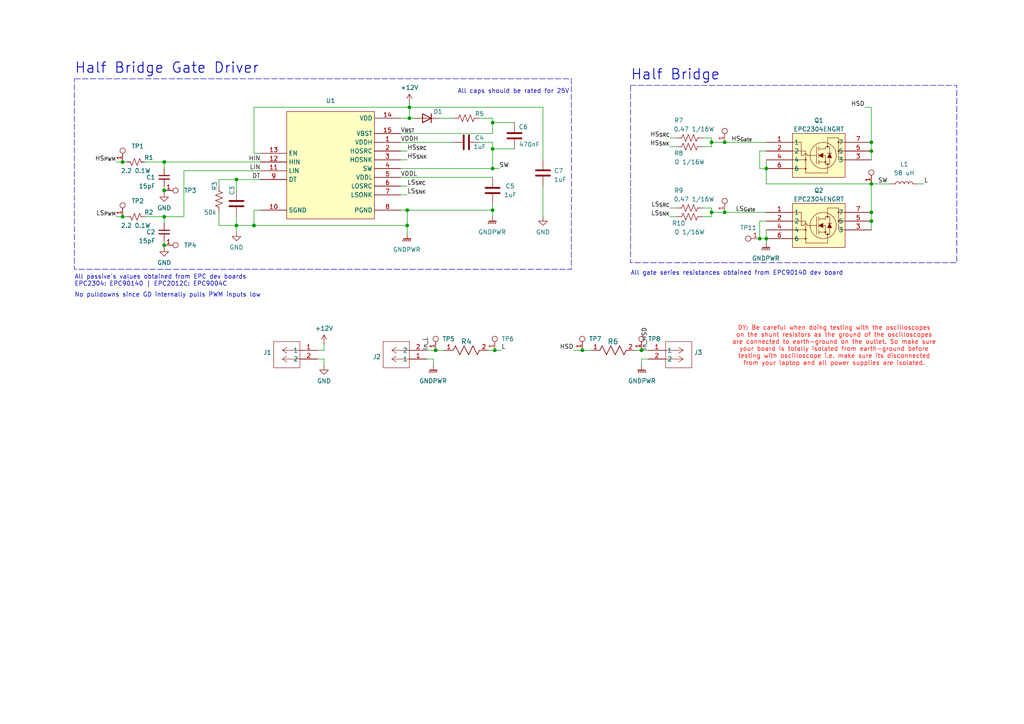
<source format=kicad_sch>
(kicad_sch (version 20231120) (generator "eeschema") (generator_version "8.0")
  (paper "A4")
  (lib_symbols
    (symbol "2023-08-27_14-01-37:PU3921FKM130U5L" (pin_names (offset 0.254))
      (property "Reference" "R" (at 5.715 3.81 0))
      (property "Value" "PU3921FKM130U5L" (at 6.35 -3.81 0))
      (symbol "PU3921FKM130U5L_1_1"
        (polyline (pts (xy 2.54 0) (xy 3.175 1.27)) (stroke (width 0.2032)))
        (polyline (pts (xy 3.175 1.27) (xy 4.445 -1.27)) (stroke (width 0.2032)))
        (polyline (pts (xy 4.445 -1.27) (xy 5.715 1.27)) (stroke (width 0.2032)))
        (polyline (pts (xy 5.715 1.27) (xy 6.985 -1.27)) (stroke (width 0.2032)))
        (polyline (pts (xy 6.985 -1.27) (xy 8.255 1.27)) (stroke (width 0.2032)))
        (polyline (pts (xy 8.255 1.27) (xy 9.525 -1.27)) (stroke (width 0.2032)))
        (polyline (pts (xy 9.525 -1.27) (xy 10.16 0)) (stroke (width 0.2032)))
        (pin unspecified line (at 0 0 0) (length 2.54) (name "") (number "1"))
        (pin unspecified line (at 12.7 0 180) (length 2.54) (name "") (number "2"))
      )
      (symbol "PU3921FKM130U5L_1_2"
        (polyline (pts (xy -1.27 3.175) (xy 1.27 4.445)) (stroke (width 0.2032)))
        (polyline (pts (xy -1.27 5.715) (xy 1.27 6.985)) (stroke (width 0.2032)))
        (polyline (pts (xy -1.27 8.255) (xy 1.27 9.525)) (stroke (width 0.2032)))
        (polyline (pts (xy 0 2.54) (xy -1.27 3.175)) (stroke (width 0.2032)))
        (polyline (pts (xy 1.27 4.445) (xy -1.27 5.715)) (stroke (width 0.2032)))
        (polyline (pts (xy 1.27 6.985) (xy -1.27 8.255)) (stroke (width 0.2032)))
        (polyline (pts (xy 1.27 9.525) (xy 0 10.16)) (stroke (width 0.2032)))
        (pin unspecified line (at 0 12.7 270) (length 2.54) (name "") (number "1"))
        (pin unspecified line (at 0 0 90) (length 2.54) (name "") (number "2"))
      )
    )
    (symbol "Device:C" (pin_numbers hide) (pin_names (offset 0.254))
      (property "Reference" "C" (at 0.635 2.54 0))
      (property "Value" "C" (at 0.635 -2.54 0))
      (symbol "C_0_1"
        (polyline (pts (xy -2.032 -0.762) (xy 2.032 -0.762)) (stroke (width 0.508)))
        (polyline (pts (xy -2.032 0.762) (xy 2.032 0.762)) (stroke (width 0.508)))
      )
      (symbol "C_1_1"
        (pin passive line (at 0 3.81 270) (length 2.794) (name "~") (number "1"))
        (pin passive line (at 0 -3.81 90) (length 2.794) (name "~") (number "2"))
      )
    )
    (symbol "Device:C_Small" (pin_numbers hide) (pin_names (offset 0.254) hide)
      (property "Reference" "C" (at 0.254 1.778 0))
      (property "Value" "C_Small" (at 0.254 -2.032 0))
      (symbol "C_Small_0_1"
        (polyline (pts (xy -1.524 -0.508) (xy 1.524 -0.508)) (stroke (width 0.3302)))
        (polyline (pts (xy -1.524 0.508) (xy 1.524 0.508)) (stroke (width 0.3048)))
      )
      (symbol "C_Small_1_1"
        (pin passive line (at 0 2.54 270) (length 2.032) (name "~") (number "1"))
        (pin passive line (at 0 -2.54 90) (length 2.032) (name "~") (number "2"))
      )
    )
    (symbol "Device:L" (pin_numbers hide) (pin_names (offset 1.016) hide)
      (property "Reference" "L" (at -1.27 0 90))
      (property "Value" "L" (at 1.905 0 90))
      (symbol "L_0_1"
        (arc (start 0 -2.54) (mid 0.6323 -1.905) (end 0 -1.27))
        (arc (start 0 -1.27) (mid 0.6323 -0.635) (end 0 0))
        (arc (start 0 0) (mid 0.6323 0.635) (end 0 1.27))
        (arc (start 0 1.27) (mid 0.6323 1.905) (end 0 2.54))
      )
      (symbol "L_1_1"
        (pin passive line (at 0 3.81 270) (length 1.27) (name "1") (number "1"))
        (pin passive line (at 0 -3.81 90) (length 1.27) (name "2") (number "2"))
      )
    )
    (symbol "Device:R_Small_US" (pin_numbers hide) (pin_names (offset 0.254) hide)
      (property "Reference" "R" (at 0.762 0.508 0))
      (property "Value" "R_Small_US" (at 0.762 -1.016 0))
      (symbol "R_Small_US_1_1"
        (polyline (pts (xy 0 0) (xy 1.016 -0.381) (xy 0 -0.762) (xy -1.016 -1.143) (xy 0 -1.524)))
        (polyline (pts (xy 0 1.524) (xy 1.016 1.143) (xy 0 0.762) (xy -1.016 0.381) (xy 0 0)))
        (pin passive line (at 0 2.54 270) (length 1.016) (name "~") (number "1"))
        (pin passive line (at 0 -2.54 90) (length 1.016) (name "~") (number "2"))
      )
    )
    (symbol "Device:R_US" (pin_numbers hide) (pin_names (offset 0))
      (property "Reference" "R" (at 2.54 0 90))
      (property "Value" "R_US" (at -2.54 0 90))
      (symbol "R_US_0_1"
        (polyline (pts (xy 0 -2.286) (xy 0 -2.54)))
        (polyline (pts (xy 0 2.286) (xy 0 2.54)))
        (polyline (pts (xy 0 -0.762) (xy 1.016 -1.143) (xy 0 -1.524) (xy -1.016 -1.905) (xy 0 -2.286)))
        (polyline (pts (xy 0 0.762) (xy 1.016 0.381) (xy 0 0) (xy -1.016 -0.381) (xy 0 -0.762)))
        (polyline (pts (xy 0 2.286) (xy 1.016 1.905) (xy 0 1.524) (xy -1.016 1.143) (xy 0 0.762)))
      )
      (symbol "R_US_1_1"
        (pin passive line (at 0 3.81 270) (length 1.27) (name "~") (number "1"))
        (pin passive line (at 0 -3.81 90) (length 1.27) (name "~") (number "2"))
      )
    )
    (symbol "Diode:1N4151" (pin_numbers hide) (pin_names hide)
      (property "Reference" "D" (at 0 2.54 0))
      (property "Value" "1N4151" (at 0 -2.54 0))
      (symbol "1N4151_0_1"
        (polyline (pts (xy -1.27 1.27) (xy -1.27 -1.27)) (stroke (width 0.254)))
        (polyline (pts (xy 1.27 0) (xy -1.27 0)))
        (polyline (pts (xy 1.27 1.27) (xy 1.27 -1.27) (xy -1.27 0) (xy 1.27 1.27)) (stroke (width 0.254)))
      )
      (symbol "1N4151_1_1"
        (pin passive line (at -3.81 0 0) (length 2.54) (name "K") (number "1"))
        (pin passive line (at 3.81 0 180) (length 2.54) (name "A") (number "2"))
      )
    )
    (symbol "GTSR_symbol_lib:EPC2304ENGRT"
      (property "Reference" "Q" (at 0 0 0))
      (property "Value" "EPC2304ENGRT" (at 0 0 0))
      (symbol "EPC2304ENGRT_0_1"
        (rectangle (start -7.62 -1.905) (end 7.62 -14.605) (fill (type background)))
        (circle (center -3.81 -12.065) (radius 0.127) (stroke (width 0.254)))
        (circle (center -3.81 -9.525) (radius 0.127) (stroke (width 0.254)))
        (arc (start -3.302 -8.255) (mid -3.81 -7.7492) (end -4.318 -8.255) (stroke (width 0.127)))
        (polyline (pts (xy -7.62 -12.065) (xy -3.81 -12.065)) (stroke (width 0.127)))
        (polyline (pts (xy -7.62 -9.525) (xy -3.81 -9.525)) (stroke (width 0.127)))
        (polyline (pts (xy -7.62 -6.985) (xy -3.81 -6.985)) (stroke (width 0.127)))
        (polyline (pts (xy -7.62 -4.445) (xy -5.08 -4.445)) (stroke (width 0.127)))
        (polyline (pts (xy -5.08 -8.255) (xy -4.318 -8.255)) (stroke (width 0.127)))
        (polyline (pts (xy -5.08 -4.445) (xy -5.08 -8.255)) (stroke (width 0.127)))
        (polyline (pts (xy -3.81 -13.335) (xy 2.54 -13.335)) (stroke (width 0.127)))
        (polyline (pts (xy -3.81 -6.985) (xy -3.81 -13.335)) (stroke (width 0.127)))
        (polyline (pts (xy -3.302 -8.255) (xy -0.635 -8.255)) (stroke (width 0.127)))
        (polyline (pts (xy -0.635 -10.795) (xy -0.635 -5.715)) (stroke (width 0.127)))
        (polyline (pts (xy 0 -10.795) (xy 0 -9.525)) (stroke (width 0.127)))
        (polyline (pts (xy 0 -10.16) (xy 1.905 -10.16)) (stroke (width 0.127)))
        (polyline (pts (xy 0 -8.89) (xy 0 -7.62)) (stroke (width 0.127)))
        (polyline (pts (xy 0 -6.985) (xy 0 -5.715)) (stroke (width 0.127)))
        (polyline (pts (xy 0 -6.35) (xy 1.905 -6.35)) (stroke (width 0.127)))
        (polyline (pts (xy 1.27 -8.255) (xy 1.905 -8.255)) (stroke (width 0.127)))
        (polyline (pts (xy 1.905 -10.795) (xy 1.905 -8.255)) (stroke (width 0.127)))
        (polyline (pts (xy 1.905 -10.795) (xy 3.175 -10.795)) (stroke (width 0.127)))
        (polyline (pts (xy 1.905 -6.35) (xy 1.905 -5.715)) (stroke (width 0.127)))
        (polyline (pts (xy 1.905 -5.715) (xy 3.175 -5.715)) (stroke (width 0.127)))
        (polyline (pts (xy 2.54 -10.795) (xy 2.54 -13.335)) (stroke (width 0.127)))
        (polyline (pts (xy 2.54 -5.715) (xy 2.54 -3.175)) (stroke (width 0.127)))
        (polyline (pts (xy 3.175 -10.795) (xy 3.175 -8.89)) (stroke (width 0.127)))
        (polyline (pts (xy 3.175 -7.62) (xy 3.175 -5.715)) (stroke (width 0.127)))
        (polyline (pts (xy 3.81 -7.62) (xy 2.54 -7.62)) (stroke (width 0.127)))
        (polyline (pts (xy 5.715 -6.985) (xy 7.62 -6.985)) (stroke (width 0.127)))
        (polyline (pts (xy 5.715 -3.175) (xy 2.54 -3.175)) (stroke (width 0.127)))
        (polyline (pts (xy 5.715 -3.175) (xy 5.715 -9.525)) (stroke (width 0.127)))
        (polyline (pts (xy 7.62 -9.525) (xy 5.715 -9.525)) (stroke (width 0.127)))
        (polyline (pts (xy 7.62 -4.445) (xy 5.715 -4.445)) (stroke (width 0.127)))
        (polyline (pts (xy 1.27 -7.62) (xy 0 -8.255) (xy 1.27 -8.89)) (fill (type outline)))
        (polyline (pts (xy 3.81 -8.89) (xy 2.54 -8.89) (xy 3.175 -7.62)) (fill (type outline)))
        (circle (center 1.27 -8.255) (radius 3.81) (stroke (width 0.127)))
        (circle (center 1.905 -10.16) (radius 0.127) (stroke (width 0.254)))
        (circle (center 2.54 -10.795) (radius 0.127) (stroke (width 0.254)))
        (circle (center 2.54 -5.715) (radius 0.127) (stroke (width 0.254)))
        (circle (center 5.715 -6.985) (radius 0.127) (stroke (width 0.254)))
        (circle (center 5.715 -4.445) (radius 0.127) (stroke (width 0.254)))
        (pin unspecified line (at -15.24 -4.445 0) (length 7.62) (name "1") (number "1"))
        (pin unspecified line (at -15.24 -6.985 0) (length 7.62) (name "2") (number "2"))
        (pin unspecified line (at 15.24 -9.525 180) (length 7.62) (name "3") (number "3"))
        (pin unspecified line (at -15.24 -9.525 0) (length 7.62) (name "4") (number "4"))
        (pin unspecified line (at 15.24 -6.985 180) (length 7.62) (name "5") (number "5"))
        (pin unspecified line (at -15.24 -12.065 0) (length 7.62) (name "6") (number "6"))
        (pin unspecified line (at 15.24 -4.445 180) (length 7.62) (name "7") (number "7"))
      )
    )
    (symbol "GTSR_symbol_lib:OSTTA020161"
      (property "Reference" "J" (at 0 0 0))
      (property "Value" "OSTTA020161" (at 0 0 0))
      (symbol "OSTTA020161_1_1"
        (polyline (pts (xy -3.175 -11.43) (xy 4.445 -11.43)) (stroke (width 0.127)))
        (polyline (pts (xy -3.175 -3.81) (xy -3.175 -11.43)) (stroke (width 0.127)))
        (polyline (pts (xy 1.905 -8.89) (xy -3.175 -8.89)) (stroke (width 0.127)))
        (polyline (pts (xy 1.905 -8.89) (xy 0.635 -9.7367)) (stroke (width 0.127)))
        (polyline (pts (xy 1.905 -8.89) (xy 0.635 -8.0433)) (stroke (width 0.127)))
        (polyline (pts (xy 1.905 -6.35) (xy -3.175 -6.35)) (stroke (width 0.127)))
        (polyline (pts (xy 1.905 -6.35) (xy 0.635 -7.1967)) (stroke (width 0.127)))
        (polyline (pts (xy 1.905 -6.35) (xy 0.635 -5.5033)) (stroke (width 0.127)))
        (polyline (pts (xy 4.445 -11.43) (xy 4.445 -3.81)) (stroke (width 0.127)))
        (polyline (pts (xy 4.445 -3.81) (xy -3.175 -3.81)) (stroke (width 0.127)))
        (pin unspecified line (at -8.255 -6.35 0) (length 5.08) (name "1") (number "1"))
        (pin unspecified line (at -8.255 -8.89 0) (length 5.08) (name "2") (number "2"))
      )
    )
    (symbol "GTSR_symbol_lib:Test_Point"
      (property "Reference" "TP" (at 2.032 3.302 0))
      (property "Value" "Test_Point" (at 0 -10.16 0))
      (symbol "Test_Point_0_1"
        (circle (center 0 3.302) (radius 0.762))
      )
      (symbol "Test_Point_1_1"
        (pin passive line (at 0 0 90) (length 2.54) (name "") (number "1"))
      )
    )
    (symbol "GTSR_symbol_lib_SD:NCP51820AMNTWG"
      (property "Reference" "U" (at 0 0 0))
      (property "Value" "NCP51820AMNTWG" (at 0 0 0))
      (symbol "NCP51820AMNTWG_0_1"
        (rectangle (start -12.065 -2.54) (end 13.335 -33.655) (fill (type background)))
        (pin power_in line (at 20.955 -11.43 180) (length 7.62) (name "VDDH") (number "1"))
        (pin power_out line (at -19.685 -31.115 0) (length 7.62) (name "SGND") (number "10"))
        (pin unspecified line (at -19.685 -19.685 0) (length 7.62) (name "LIN") (number "11"))
        (pin unspecified line (at -19.685 -17.145 0) (length 7.62) (name "HIN") (number "12"))
        (pin unspecified line (at -19.685 -14.605 0) (length 7.62) (name "EN") (number "13"))
        (pin power_in line (at 20.955 -4.445 180) (length 7.62) (name "VDD") (number "14"))
        (pin unspecified line (at 20.955 -8.89 180) (length 7.62) (name "VBST") (number "15"))
        (pin unspecified line (at 20.955 -13.97 180) (length 7.62) (name "HOSRC") (number "2"))
        (pin unspecified line (at 20.955 -16.51 180) (length 7.62) (name "HOSNK") (number "3"))
        (pin unspecified line (at 20.955 -19.05 180) (length 7.62) (name "SW") (number "4"))
        (pin power_in line (at 20.955 -21.59 180) (length 7.62) (name "VDDL") (number "5"))
        (pin unspecified line (at 20.955 -24.13 180) (length 7.62) (name "LOSRC") (number "6"))
        (pin unspecified line (at 20.955 -26.67 180) (length 7.62) (name "LSONK") (number "7"))
        (pin power_out line (at 20.955 -31.115 180) (length 7.62) (name "PGND") (number "8"))
        (pin unspecified line (at -19.685 -22.225 0) (length 7.62) (name "DT") (number "9"))
      )
    )
    (symbol "Test_Point_1"
      (property "Reference" "TP" (at 2.032 3.302 0))
      (property "Value" "Test_Point" (at 0 -10.16 0))
      (symbol "Test_Point_1_0_1"
        (circle (center 0 3.302) (radius 0.762))
      )
      (symbol "Test_Point_1_1_1"
        (pin passive line (at 0 0 90) (length 2.54) (name "") (number "1"))
      )
    )
    (symbol "power:+12V" (power) (pin_numbers hide) (pin_names (offset 0) hide)
      (property "Value" "+12V" (at 0 3.556 0))
      (symbol "+12V_0_1"
        (polyline (pts (xy -0.762 1.27) (xy 0 2.54)))
        (polyline (pts (xy 0 0) (xy 0 2.54)))
        (polyline (pts (xy 0 2.54) (xy 0.762 1.27)))
      )
      (symbol "+12V_1_1"
        (pin power_in line (at 0 0 90) (length 0) (name "~") (number "1"))
      )
    )
    (symbol "power:GND" (power) (pin_numbers hide) (pin_names (offset 0) hide)
      (property "Value" "GND" (at 0 -3.81 0))
      (symbol "GND_0_1"
        (polyline (pts (xy 0 0) (xy 0 -1.27) (xy 1.27 -1.27) (xy 0 -2.54) (xy -1.27 -1.27) (xy 0 -1.27)))
      )
      (symbol "GND_1_1"
        (pin power_in line (at 0 0 270) (length 0) (name "~") (number "1"))
      )
    )
    (symbol "power:GNDPWR" (power) (pin_numbers hide) (pin_names (offset 0) hide)
      (property "Value" "GNDPWR" (at 0 -3.302 0))
      (symbol "GNDPWR_0_1"
        (polyline (pts (xy 0 -1.27) (xy 0 0)))
        (polyline (pts (xy -1.016 -1.27) (xy -1.27 -2.032) (xy -1.27 -2.032)) (stroke (width 0.2032)))
        (polyline (pts (xy -0.508 -1.27) (xy -0.762 -2.032) (xy -0.762 -2.032)) (stroke (width 0.2032)))
        (polyline (pts (xy 0 -1.27) (xy -0.254 -2.032) (xy -0.254 -2.032)) (stroke (width 0.2032)))
        (polyline (pts (xy 0.508 -1.27) (xy 0.254 -2.032) (xy 0.254 -2.032)) (stroke (width 0.2032)))
        (polyline (pts (xy 1.016 -1.27) (xy -1.016 -1.27) (xy -1.016 -1.27)) (stroke (width 0.2032)))
        (polyline (pts (xy 1.016 -1.27) (xy 0.762 -2.032) (xy 0.762 -2.032) (xy 0.762 -2.032)) (stroke (width 0.2032)))
      )
      (symbol "GNDPWR_1_1"
        (pin power_in line (at 0 0 270) (length 0) (name "~") (number "1"))
      )
    )
  )
  (junction (at 222.25 48.895))
  (junction (at 252.73 64.135))
  (junction (at 118.11 65.405))
  (junction (at 118.745 31.115))
  (junction (at 47.625 62.865))
  (junction (at 252.73 53.34))
  (junction (at 142.875 35.56))
  (junction (at 118.745 34.29))
  (junction (at 220.345 69.215))
  (junction (at 142.875 43.18))
  (junction (at 143.51 101.6))
  (junction (at 47.625 71.12))
  (junction (at 252.73 41.275))
  (junction (at 252.73 43.815))
  (junction (at 210.185 41.275))
  (junction (at 47.625 46.99))
  (junction (at 126.365 101.6))
  (junction (at 186.055 101.6))
  (junction (at 47.625 55.245))
  (junction (at 206.375 41.275))
  (junction (at 68.58 52.07))
  (junction (at 168.91 101.6))
  (junction (at 35.56 62.865))
  (junction (at 210.185 61.595))
  (junction (at 206.375 61.595))
  (junction (at 73.66 65.405))
  (junction (at 142.875 60.96))
  (junction (at 35.56 46.99))
  (junction (at 142.875 48.895))
  (junction (at 252.73 61.595))
  (junction (at 68.58 65.405))
  (junction (at 118.11 60.96))
  (junction (at 222.25 69.215))
  (wire (pts (xy 222.25 48.895) (xy 222.25 46.355)))
  (wire (pts (xy 116.205 60.96) (xy 118.11 60.96)))
  (wire (pts (xy 118.745 34.29) (xy 116.205 34.29)))
  (wire (pts (xy 220.345 69.215) (xy 222.25 69.215)))
  (wire (pts (xy 73.66 44.45) (xy 73.66 31.115)))
  (wire (pts (xy 73.66 31.115) (xy 118.745 31.115)))
  (wire (pts (xy 186.055 104.14) (xy 187.96 104.14)))
  (wire (pts (xy 142.875 43.18) (xy 142.875 48.895)))
  (wire (pts (xy 116.205 48.895) (xy 142.875 48.895)))
  (wire (pts (xy 252.73 66.675) (xy 252.73 64.135)))
  (wire (pts (xy 93.98 101.6) (xy 92.075 101.6)))
  (wire (pts (xy 252.73 43.815) (xy 252.73 46.355)))
  (wire (pts (xy 73.66 60.96) (xy 73.66 65.405)))
  (wire (pts (xy 220.345 43.815) (xy 220.345 48.895)))
  (wire (pts (xy 127.635 34.29) (xy 131.445 34.29)))
  (wire (pts (xy 47.625 55.245) (xy 47.625 55.88)))
  (wire (pts (xy 222.25 66.675) (xy 222.25 69.215)))
  (wire (pts (xy 139.065 41.275) (xy 142.875 41.275)))
  (wire (pts (xy 222.25 43.815) (xy 220.345 43.815)))
  (wire (pts (xy 125.73 106.045) (xy 125.73 104.14)))
  (wire (pts (xy 157.48 53.975) (xy 157.48 62.865)))
  (wire (pts (xy 142.875 35.56) (xy 142.875 38.735)))
  (wire (pts (xy 73.66 60.96) (xy 75.565 60.96)))
  (wire (pts (xy 206.375 61.595) (xy 206.375 62.865)))
  (wire (pts (xy 250.825 31.115) (xy 252.73 31.115)))
  (wire (pts (xy 116.205 38.735) (xy 142.875 38.735)))
  (wire (pts (xy 252.73 31.115) (xy 252.73 41.275)))
  (wire (pts (xy 222.25 53.34) (xy 222.25 48.895)))
  (wire (pts (xy 63.5 61.595) (xy 63.5 65.405)))
  (wire (pts (xy 93.98 99.695) (xy 93.98 101.6)))
  (wire (pts (xy 252.73 41.275) (xy 252.73 43.815)))
  (wire (pts (xy 35.56 62.865) (xy 36.83 62.865)))
  (wire (pts (xy 206.375 41.275) (xy 210.185 41.275)))
  (wire (pts (xy 118.11 60.96) (xy 142.875 60.96)))
  (wire (pts (xy 203.835 42.545) (xy 206.375 42.545)))
  (wire (pts (xy 53.34 62.865) (xy 53.34 49.53)))
  (wire (pts (xy 139.065 34.29) (xy 142.875 34.29)))
  (wire (pts (xy 68.58 62.865) (xy 68.58 65.405)))
  (wire (pts (xy 47.625 71.12) (xy 47.625 71.755)))
  (wire (pts (xy 125.73 104.14) (xy 123.825 104.14)))
  (wire (pts (xy 118.11 56.515) (xy 116.205 56.515)))
  (wire (pts (xy 63.5 53.975) (xy 63.5 52.07)))
  (wire (pts (xy 118.11 65.405) (xy 118.11 67.945)))
  (wire (pts (xy 142.875 59.055) (xy 142.875 60.96)))
  (wire (pts (xy 210.185 41.275) (xy 222.25 41.275)))
  (wire (pts (xy 73.66 44.45) (xy 75.565 44.45)))
  (wire (pts (xy 33.655 62.865) (xy 35.56 62.865)))
  (wire (pts (xy 116.205 41.275) (xy 131.445 41.275)))
  (wire (pts (xy 142.875 34.29) (xy 142.875 35.56)))
  (wire (pts (xy 68.58 55.245) (xy 68.58 52.07)))
  (wire (pts (xy 33.655 46.99) (xy 35.56 46.99)))
  (wire (pts (xy 203.835 60.325) (xy 206.375 60.325)))
  (wire (pts (xy 194.31 60.325) (xy 196.215 60.325)))
  (wire (pts (xy 41.91 62.865) (xy 47.625 62.865)))
  (wire (pts (xy 220.345 48.895) (xy 222.25 48.895)))
  (wire (pts (xy 194.31 40.005) (xy 196.215 40.005)))
  (wire (pts (xy 63.5 52.07) (xy 68.58 52.07)))
  (wire (pts (xy 118.745 31.115) (xy 118.745 34.29)))
  (wire (pts (xy 35.56 46.99) (xy 36.83 46.99)))
  (wire (pts (xy 47.625 62.865) (xy 47.625 64.77)))
  (wire (pts (xy 47.625 53.975) (xy 47.625 55.245)))
  (wire (pts (xy 149.225 43.18) (xy 142.875 43.18)))
  (wire (pts (xy 252.73 53.34) (xy 222.25 53.34)))
  (wire (pts (xy 141.605 101.6) (xy 143.51 101.6)))
  (wire (pts (xy 118.11 53.975) (xy 116.205 53.975)))
  (wire (pts (xy 68.58 65.405) (xy 73.66 65.405)))
  (wire (pts (xy 222.25 69.215) (xy 222.25 70.485)))
  (wire (pts (xy 118.11 60.96) (xy 118.11 65.405)))
  (wire (pts (xy 206.375 40.005) (xy 206.375 41.275)))
  (wire (pts (xy 157.48 46.355) (xy 157.48 31.115)))
  (wire (pts (xy 166.37 101.6) (xy 168.91 101.6)))
  (wire (pts (xy 68.58 52.07) (xy 75.565 52.07)))
  (wire (pts (xy 206.375 41.275) (xy 206.375 42.545)))
  (wire (pts (xy 73.66 65.405) (xy 118.11 65.405)))
  (wire (pts (xy 118.11 46.355) (xy 116.205 46.355)))
  (wire (pts (xy 194.31 42.545) (xy 196.215 42.545)))
  (wire (pts (xy 93.98 106.045) (xy 93.98 104.14)))
  (wire (pts (xy 68.58 67.31) (xy 68.58 65.405)))
  (wire (pts (xy 194.31 62.865) (xy 196.215 62.865)))
  (wire (pts (xy 126.365 101.6) (xy 128.905 101.6)))
  (wire (pts (xy 93.98 104.14) (xy 92.075 104.14)))
  (wire (pts (xy 123.825 101.6) (xy 126.365 101.6)))
  (wire (pts (xy 47.625 46.99) (xy 75.565 46.99)))
  (wire (pts (xy 118.745 29.845) (xy 118.745 31.115)))
  (wire (pts (xy 252.73 64.135) (xy 252.73 61.595)))
  (wire (pts (xy 47.625 69.85) (xy 47.625 71.12)))
  (wire (pts (xy 267.97 53.34) (xy 266.065 53.34)))
  (wire (pts (xy 203.835 62.865) (xy 206.375 62.865)))
  (wire (pts (xy 142.875 35.56) (xy 149.225 35.56)))
  (wire (pts (xy 220.345 64.135) (xy 222.25 64.135)))
  (wire (pts (xy 168.91 101.6) (xy 171.45 101.6)))
  (wire (pts (xy 252.73 61.595) (xy 252.73 53.34)))
  (wire (pts (xy 120.015 34.29) (xy 118.745 34.29)))
  (wire (pts (xy 220.345 64.135) (xy 220.345 69.215)))
  (wire (pts (xy 210.185 61.595) (xy 222.25 61.595)))
  (wire (pts (xy 142.875 43.18) (xy 142.875 41.275)))
  (wire (pts (xy 186.055 106.045) (xy 186.055 104.14)))
  (wire (pts (xy 203.835 40.005) (xy 206.375 40.005)))
  (wire (pts (xy 142.875 48.895) (xy 144.78 48.895)))
  (wire (pts (xy 63.5 65.405) (xy 68.58 65.405)))
  (wire (pts (xy 47.625 46.99) (xy 47.625 48.895)))
  (wire (pts (xy 157.48 31.115) (xy 118.745 31.115)))
  (wire (pts (xy 206.375 61.595) (xy 210.185 61.595)))
  (wire (pts (xy 53.34 49.53) (xy 75.565 49.53)))
  (wire (pts (xy 116.205 51.435) (xy 142.875 51.435)))
  (wire (pts (xy 41.91 46.99) (xy 47.625 46.99)))
  (wire (pts (xy 142.875 62.865) (xy 142.875 60.96)))
  (wire (pts (xy 184.15 101.6) (xy 186.055 101.6)))
  (wire (pts (xy 47.625 62.865) (xy 53.34 62.865)))
  (wire (pts (xy 118.11 43.815) (xy 116.205 43.815)))
  (wire (pts (xy 143.51 101.6) (xy 145.415 101.6)))
  (wire (pts (xy 206.375 60.325) (xy 206.375 61.595)))
  (wire (pts (xy 186.055 101.6) (xy 187.96 101.6)))
  (wire (pts (xy 252.73 53.34) (xy 258.445 53.34)))
  (rectangle (start 21.59 22.86) (end 165.735 78.105) (stroke (width 0) (type dash)))
  (rectangle (start 182.88 24.765) (end 277.495 76.2) (stroke (width 0) (type dash)))
  (text "All gate series resistances obtained from EPC90140 dev board" (at 182.88 80.01 0) (effects (font (size 1.27 1.27)) (justify left bottom)))
  (text "DY: Be careful when doing testing with the oscilloscopes\non the shunt resistors as the ground of the oscilloscopes\nare connected to earth-ground on the outlet. So make sure\nyour board is totally isolated from earth-ground before\ntesting with oscilloscope i.e. make sure its disconnected\nfrom your laptop and all power supplies are isolated." (at 241.935 100.33 0) (effects (font (size 1.27 1.27))))
  (text "All caps should be rated for 25V" (at 132.715 27.305 0) (effects (font (size 1.27 1.27)) (justify left bottom)))
  (text "Half Bridge Gate Driver" (at 21.59 21.59 0) (effects (font (size 3 3) (thickness 0.254) (bold yes)) (justify left bottom)))
  (text "No pulldowns since GD internally pulls PWM inputs low" (at 21.59 86.36 0) (effects (font (size 1.27 1.27)) (justify left bottom)))
  (text "All passive's values obtained from EPC dev boards\nEPC2304: EPC90140 | EPC2012C: EPC9004C" (at 21.59 83.185 0) (effects (font (size 1.27 1.27)) (justify left bottom)))
  (text "Half Bridge" (at 182.88 23.495 0) (effects (font (size 3 3) (thickness 0.254) (bold yes)) (justify left bottom)))
  (label "HS_{SNK}" (at 118.11 46.355 0))
  (label "HS_{SRC}" (at 118.11 43.815 0))
  (label "In_HSD" (at 187.96 101.6 90))
  (label "V_{BST}" (at 116.205 38.735 0))
  (label "VDDL" (at 116.205 51.435 0))
  (label "LS_{SRC}" (at 194.31 60.325 180))
  (label "HIN" (at 75.565 46.99 180))
  (label "HS_{PWM}" (at 33.655 46.99 180))
  (label "HS_{SRC}" (at 194.31 40.005 180))
  (label "L" (at 145.415 101.6 0))
  (label "LS_{SNK}" (at 194.31 62.865 180))
  (label "LIN" (at 75.565 49.53 180))
  (label "LS_{PWM}" (at 33.655 62.865 180))
  (label "DT" (at 75.565 52.07 180))
  (label "HS_{SNK}" (at 194.31 42.545 180))
  (label "In_L" (at 124.46 101.6 90))
  (label "HSD" (at 166.37 101.6 180))
  (label "LS_{SNK}" (at 118.11 56.515 0))
  (label "SW" (at 254.635 53.34 0))
  (label "SW" (at 144.78 48.895 0))
  (label "HS_{Gate}" (at 212.09 41.275 0))
  (label "LS_{Gate}" (at 213.36 61.595 0))
  (label "VDDH" (at 116.205 41.275 0))
  (label "HSD" (at 250.825 31.115 180))
  (label "LS_{SRC}" (at 118.11 53.975 0))
  (label "L" (at 267.97 53.34 0))
  (symbol (lib_id "power:GNDPWR") (at 186.055 106.045 0) (mirror y) (unit 1)
    (property "Reference" "#PWR011" (effects (hide yes)))
    (property "Value" "GNDPWR" (at 186.182 110.49 0))
    (property "Description" "Power symbol creates a global label with name \"GNDPWR\" , global ground" (effects (hide yes)))
  )
  (symbol (lib_id "Device:C") (at 157.48 50.165 0) (unit 1)
    (property "Reference" "C7" (at 160.655 49.53 0) (effects (justify left)))
    (property "Value" "1uF" (at 160.655 52.07 0) (effects (justify left)))
    (property "Footprint" "Capacitor_SMD:C_0603_1608Metric_Pad1.08x0.95mm_HandSolder" (effects (hide yes)))
    (property "Datasheet" "https://www.digikey.com/en/products/detail/samsung-electro-mechanics/CL10B105KA8NNNC/3886842" (effects (hide yes)))
  )
  (symbol (lib_id "Diode:1N4151") (at 123.825 34.29 180) (unit 1)
    (property "Reference" "D1" (at 127 32.385 0))
    (property "Value" "RFU02VSM6STR" (effects (hide yes)))
    (property "Footprint" "GTSR_KiCAD_Footprints:DIO_RFU02VS_ROM-M" (effects (hide yes)))
    (property "Datasheet" "https://www.digikey.com/en/products/detail/rohm-semiconductor/RFU02VSM6STR/5721265?s=N4IgTCBcDaIEoDECqAGMA1AygWQGyYBU4QBdAXyA" (effects (hide yes)))
  )
  (symbol (lib_id "Device:C") (at 68.58 59.055 180) (unit 1)
    (property "Reference" "C3" (at 67.31 55.245 90))
    (property "Value" "0.1uF" (effects (hide yes)))
    (property "Footprint" "Capacitor_SMD:C_0603_1608Metric_Pad1.08x0.95mm_HandSolder" (effects (hide yes)))
    (property "Datasheet" "https://www.digikey.com/en/products/detail/kyocera-avx/KGM15BR71H104KT/1600046" (effects (hide yes)))
  )
  (symbol (lib_id "GTSR_symbol_lib:EPC2304ENGRT") (at 237.49 57.15 0) (unit 1)
    (property "Reference" "Q2" (at 237.49 55.245 0))
    (property "Value" "EPC2304ENGRT" (at 237.49 57.785 0))
    (property "Footprint" "GTSR_KiCAD_Footprints:EPC2304_ECC" (effects (hide yes)))
    (property "Datasheet" "https://www.digikey.com/en/products/detail/epc/EPC2304ENGRT/16785484" (effects (hide yes)))
  )
  (symbol (lib_id "GTSR_symbol_lib:OSTTA020161") (at 83.82 95.25 0) (mirror y) (unit 1)
    (property "Reference" "J1" (at 78.74 102.235 0) (effects (justify left)))
    (property "Value" "691137710002" (effects (hide yes)))
    (property "Footprint" "GTSR_KiCAD_Footprints_SD:CONN2_710002_WRE" (effects (hide yes)))
    (property "Datasheet" "https://www.digikey.com/en/products/detail/w%C3%BCrth-elektronik/691137710002/6644051" (effects (hide yes)))
  )
  (symbol (lib_id "Device:R_US") (at 200.025 62.865 90) (unit 1)
    (property "Reference" "R10" (at 196.85 64.77 90))
    (property "Value" "0 1/16W" (at 200.025 67.31 90))
    (property "Footprint" "Resistor_SMD:R_0603_1608Metric_Pad0.98x0.95mm_HandSolder" (effects (hide yes)))
    (property "Datasheet" "https://www.digikey.com/en/products/detail/stackpole-electronics-inc/RMCF0603ZT0R00/1756908" (effects (hide yes)))
  )
  (symbol (lib_id "Device:C_Small") (at 47.625 51.435 0) (mirror y) (unit 1)
    (property "Reference" "C1" (at 45.085 51.435 0) (effects (justify left)))
    (property "Value" "15pF" (at 45.085 53.975 0) (effects (justify left)))
    (property "Footprint" "Capacitor_SMD:C_0603_1608Metric_Pad1.08x0.95mm_HandSolder" (effects (hide yes)))
    (property "Datasheet" "https://www.digikey.com/en/products/detail/walsin-technology-corporation/0603N150F500CT/9354982" (effects (hide yes)))
  )
  (symbol (lib_id "power:GNDPWR") (at 142.875 62.865 0) (unit 1)
    (property "Reference" "#PWR09" (effects (hide yes)))
    (property "Value" "GNDPWR" (at 142.748 67.31 0))
    (property "Description" "Power symbol creates a global label with name \"GNDPWR\" , global ground" (effects (hide yes)))
  )
  (symbol (lib_id "power:GND") (at 157.48 62.865 0) (unit 1)
    (property "Reference" "#PWR010" (effects (hide yes)))
    (property "Value" "GND" (at 157.48 67.31 0))
    (property "Description" "Power symbol creates a global label with name \"GND\" , ground" (effects (hide yes)))
  )
  (symbol (lib_id "power:GND") (at 47.625 55.88 0) (unit 1)
    (property "Reference" "#PWR01" (effects (hide yes)))
    (property "Value" "GND" (at 47.625 60.325 0))
    (property "Description" "Power symbol creates a global label with name \"GND\" , ground" (effects (hide yes)))
  )
  (symbol (lib_id "power:GNDPWR") (at 125.73 106.045 0) (unit 1)
    (property "Reference" "#PWR08" (effects (hide yes)))
    (property "Value" "GNDPWR" (at 125.603 110.49 0))
    (property "Description" "Power symbol creates a global label with name \"GNDPWR\" , global ground" (effects (hide yes)))
  )
  (symbol (lib_id "Device:C") (at 135.255 41.275 90) (unit 1)
    (property "Reference" "C4" (at 139.065 40.005 90))
    (property "Value" "1uF" (at 140.97 42.545 90) (effects (justify left)))
    (property "Footprint" "Capacitor_SMD:C_0603_1608Metric_Pad1.08x0.95mm_HandSolder" (effects (hide yes)))
    (property "Datasheet" "https://www.digikey.com/en/products/detail/samsung-electro-mechanics/CL10B105KA8NNNC/3886842" (effects (hide yes)))
  )
  (symbol (lib_id "GTSR_symbol_lib:EPC2304ENGRT") (at 237.49 36.83 0) (unit 1)
    (property "Reference" "Q1" (at 237.49 34.925 0))
    (property "Value" "EPC2304ENGRT" (at 237.49 37.465 0))
    (property "Footprint" "GTSR_KiCAD_Footprints:EPC2304_ECC" (effects (hide yes)))
    (property "Datasheet" "https://www.digikey.com/en/products/detail/epc/EPC2304ENGRT/16785484" (effects (hide yes)))
  )
  (symbol (lib_name "Test_Point_1") (lib_id "GTSR_symbol_lib:Test_Point") (at 168.91 101.6 0) (unit 1)
    (property "Reference" "TP7" (at 170.815 98.2979 0) (effects (justify left)))
    (property "Value" "Test_Point" (effects (hide yes)))
    (property "Footprint" "TestPoint:TestPoint_Keystone_5000-5004_Miniature" (effects (hide yes)))
  )
  (symbol (lib_id "Device:R_US") (at 200.025 42.545 90) (unit 1)
    (property "Reference" "R8" (at 196.85 44.45 90))
    (property "Value" "0 1/16W" (at 200.025 46.99 90))
    (property "Footprint" "Resistor_SMD:R_0603_1608Metric_Pad0.98x0.95mm_HandSolder" (effects (hide yes)))
    (property "Datasheet" "https://www.digikey.com/en/products/detail/stackpole-electronics-inc/RMCF0603ZT0R00/1756908" (effects (hide yes)))
  )
  (symbol (lib_id "2023-08-27_14-01-37:PU3921FKM130U5L") (at 171.45 101.6 0) (unit 1)
    (property "Reference" "R6" (at 177.8 99.06 0) (effects (font (size 1.524 1.524))))
    (property "Value" "PU3921FKM130U5L" (effects (hide yes)))
    (property "Footprint" "GTSR_KiCAD_Footprints:RES_PU3921_.5mOHM_YAG-L" (effects (hide yes)))
    (property "Datasheet" "https://www.digikey.com/en/products/detail/yageo/PU3921FKM130U5L/9696363" (effects (hide yes)))
  )
  (symbol (lib_id "power:GND") (at 47.625 71.755 0) (unit 1)
    (property "Reference" "#PWR02" (effects (hide yes)))
    (property "Value" "GND" (at 47.625 76.2 0))
    (property "Description" "Power symbol creates a global label with name \"GND\" , ground" (effects (hide yes)))
  )
  (symbol (lib_name "Test_Point_1") (lib_id "GTSR_symbol_lib:Test_Point") (at 47.625 55.245 270) (unit 1)
    (property "Reference" "TP3" (at 53.34 55.2449 90) (effects (justify left)))
    (property "Value" "Test_Point" (effects (hide yes)))
    (property "Footprint" "TestPoint:TestPoint_Keystone_5000-5004_Miniature" (effects (hide yes)))
  )
  (symbol (lib_name "Test_Point_1") (lib_id "GTSR_symbol_lib:Test_Point") (at 126.365 101.6 0) (unit 1)
    (property "Reference" "TP5" (at 128.27 98.2979 0) (effects (justify left)))
    (property "Value" "Test_Point" (effects (hide yes)))
    (property "Footprint" "TestPoint:TestPoint_Keystone_5000-5004_Miniature" (effects (hide yes)))
  )
  (symbol (lib_id "2023-08-27_14-01-37:PU3921FKM130U5L") (at 128.905 101.6 0) (unit 1)
    (property "Reference" "R4" (at 135.255 99.06 0) (effects (font (size 1.524 1.524))))
    (property "Value" "PU3921FKM130U5L" (effects (hide yes)))
    (property "Footprint" "GTSR_KiCAD_Footprints:RES_PU3921_.5mOHM_YAG-L" (effects (hide yes)))
    (property "Datasheet" "https://www.digikey.com/en/products/detail/yageo/PU3921FKM130U5L/9696363" (effects (hide yes)))
  )
  (symbol (lib_id "Device:C") (at 149.225 39.37 0) (unit 1)
    (property "Reference" "C6" (at 151.765 36.83 0))
    (property "Value" "470nF" (at 150.495 41.91 0) (effects (justify left)))
    (property "Footprint" "Capacitor_SMD:C_0603_1608Metric_Pad1.08x0.95mm_HandSolder" (effects (hide yes)))
    (property "Datasheet" "https://www.digikey.com/en/products/detail/samsung-electro-mechanics/CL10B474KA8NFNC/3887740" (effects (hide yes)))
  )
  (symbol (lib_id "Device:R_US") (at 200.025 60.325 90) (unit 1)
    (property "Reference" "R9" (at 196.85 55.245 90))
    (property "Value" "0.47 1/16W" (at 201.295 57.785 90))
    (property "Footprint" "Resistor_SMD:R_0603_1608Metric_Pad0.98x0.95mm_HandSolder" (effects (hide yes)))
    (property "Datasheet" "https://www.digikey.com/en/products/detail/panasonic-electronic-components/ERJ-3RQFR47V/308058" (effects (hide yes)))
  )
  (symbol (lib_id "GTSR_symbol_lib:OSTTA020161") (at 196.215 95.25 0) (unit 1)
    (property "Reference" "J3" (at 201.295 102.235 0) (effects (justify left)))
    (property "Value" "691137710002" (effects (hide yes)))
    (property "Footprint" "GTSR_KiCAD_Footprints_SD:CONN2_710002_WRE" (effects (hide yes)))
    (property "Datasheet" "https://www.digikey.com/en/products/detail/w%C3%BCrth-elektronik/691137710002/6644051" (effects (hide yes)))
  )
  (symbol (lib_name "Test_Point_1") (lib_id "GTSR_symbol_lib:Test_Point") (at 143.51 101.6 0) (unit 1)
    (property "Reference" "TP6" (at 145.415 98.2979 0) (effects (justify left)))
    (property "Value" "Test_Point" (effects (hide yes)))
    (property "Footprint" "TestPoint:TestPoint_Keystone_5000-5004_Miniature" (effects (hide yes)))
  )
  (symbol (lib_name "Test_Point_1") (lib_id "GTSR_symbol_lib:Test_Point") (at 220.345 69.215 90) (unit 1)
    (property "Reference" "TP11" (at 217.043 66.04 90))
    (property "Value" "Test_Point" (effects (hide yes)))
    (property "Footprint" "TestPoint:TestPoint_Keystone_5000-5004_Miniature" (effects (hide yes)))
  )
  (symbol (lib_id "Device:L") (at 262.255 53.34 270) (mirror x) (unit 1)
    (property "Reference" "L1" (at 262.255 47.625 90))
    (property "Value" "58 uH" (at 262.255 50.165 90))
    (property "Footprint" "GTSR_KiCAD_Footprints_SD:IND_6000A_MUR" (effects (hide yes)))
    (property "Datasheet" "https://www.digikey.com/en/products/detail/murata-power-solutions-inc/60A583C/3178912" (effects (hide yes)))
    (property "Description" "Inductor" (effects (hide yes)))
  )
  (symbol (lib_name "Test_Point_1") (lib_id "GTSR_symbol_lib:Test_Point") (at 47.625 71.12 270) (unit 1)
    (property "Reference" "TP4" (at 53.34 71.1199 90) (effects (justify left)))
    (property "Value" "Test_Point" (effects (hide yes)))
    (property "Footprint" "TestPoint:TestPoint_Keystone_5000-5004_Miniature" (effects (hide yes)))
  )
  (symbol (lib_name "Test_Point_1") (lib_id "GTSR_symbol_lib:Test_Point") (at 35.56 46.99 0) (unit 1)
    (property "Reference" "TP1" (at 38.1 42.4179 0) (effects (justify left)))
    (property "Value" "Test_Point" (effects (hide yes)))
    (property "Footprint" "TestPoint:TestPoint_Keystone_5000-5004_Miniature" (effects (hide yes)))
  )
  (symbol (lib_id "Device:R_Small_US") (at 39.37 62.865 270) (mirror x) (unit 1)
    (property "Reference" "R2" (at 43.18 61.595 90))
    (property "Value" "2.2 0.1W" (at 39.37 65.405 90))
    (property "Footprint" "Resistor_SMD:R_0603_1608Metric_Pad0.98x0.95mm_HandSolder" (effects (hide yes)))
    (property "Datasheet" "https://www.digikey.com/en/products/detail/yageo/RC0603FR-072R2L/2827592" (effects (hide yes)))
  )
  (symbol (lib_name "Test_Point_1") (lib_id "GTSR_symbol_lib:Test_Point") (at 186.055 101.6 0) (unit 1)
    (property "Reference" "TP8" (at 187.96 98.2979 0) (effects (justify left)))
    (property "Value" "Test_Point" (effects (hide yes)))
    (property "Footprint" "TestPoint:TestPoint_Keystone_5000-5004_Miniature" (effects (hide yes)))
  )
  (symbol (lib_id "power:GNDPWR") (at 118.11 67.945 0) (unit 1)
    (property "Reference" "#PWR06" (effects (hide yes)))
    (property "Value" "GNDPWR" (at 117.983 72.39 0))
    (property "Description" "Power symbol creates a global label with name \"GNDPWR\" , global ground" (effects (hide yes)))
  )
  (symbol (lib_id "GTSR_symbol_lib:OSTTA020161") (at 115.57 110.49 180) (unit 1)
    (property "Reference" "J2" (at 110.49 103.505 0) (effects (justify left)))
    (property "Value" "691137710002" (effects (hide yes)))
    (property "Footprint" "GTSR_KiCAD_Footprints_SD:CONN2_710002_WRE" (effects (hide yes)))
    (property "Datasheet" "https://www.digikey.com/en/products/detail/w%C3%BCrth-elektronik/691137710002/6644051" (effects (hide yes)))
  )
  (symbol (lib_id "power:+12V") (at 118.745 29.845 0) (unit 1)
    (property "Reference" "#PWR07" (effects (hide yes)))
    (property "Value" "+12V" (at 118.745 25.4 0))
    (property "Description" "Power symbol creates a global label with name \"+12V\"" (effects (hide yes)))
  )
  (symbol (lib_id "Device:R_US") (at 135.255 34.29 90) (unit 1)
    (property "Reference" "R5" (at 139.065 33.02 90))
    (property "Value" "2 1/16W" (effects (hide yes)))
    (property "Footprint" "Resistor_SMD:R_0603_1608Metric_Pad0.98x0.95mm_HandSolder" (effects (hide yes)))
    (property "Datasheet" "https://www.digikey.com/en/products/detail/stackpole-electronics-inc/RMCF0603FT2R00/1761164" (effects (hide yes)))
  )
  (symbol (lib_id "GTSR_symbol_lib_SD:NCP51820AMNTWG") (at 95.25 29.845 0) (unit 1)
    (property "Reference" "U1" (at 95.885 29.21 0))
    (property "Value" "NCP51820AMNTWG" (effects (hide yes)))
    (property "Footprint" "GTSR_KiCAD_Footprints:QFN_0AMNTWG_ONS-L" (effects (hide yes)))
    (property "Datasheet" "https://www.digikey.com/en/products/detail/onsemi/NCP51820AMNTWG/10415129" (effects (hide yes)))
  )
  (symbol (lib_name "Test_Point_1") (lib_id "GTSR_symbol_lib:Test_Point") (at 35.56 62.865 0) (unit 1)
    (property "Reference" "TP2" (at 38.1 58.2929 0) (effects (justify left)))
    (property "Value" "Test_Point" (effects (hide yes)))
    (property "Footprint" "TestPoint:TestPoint_Keystone_5000-5004_Miniature" (effects (hide yes)))
  )
  (symbol (lib_id "Device:R_US") (at 200.025 40.005 90) (unit 1)
    (property "Reference" "R7" (at 196.85 34.925 90))
    (property "Value" "0.47 1/16W" (at 201.295 37.465 90))
    (property "Footprint" "Resistor_SMD:R_0603_1608Metric_Pad0.98x0.95mm_HandSolder" (effects (hide yes)))
    (property "Datasheet" "https://www.digikey.com/en/products/detail/panasonic-electronic-components/ERJ-3RQFR47V/308058" (effects (hide yes)))
  )
  (symbol (lib_id "Device:R_US") (at 63.5 57.785 180) (unit 1)
    (property "Reference" "R3" (at 62.23 53.975 90))
    (property "Value" "50k" (at 60.96 61.595 0))
    (property "Footprint" "Resistor_SMD:R_0603_1608Metric_Pad0.98x0.95mm_HandSolder" (effects (hide yes)))
    (property "Datasheet" "https://www.digikey.com/en/products/detail/yageo/RT0603BRD0750KL/7708337" (effects (hide yes)))
  )
  (symbol (lib_id "Device:C") (at 142.875 55.245 180) (unit 1)
    (property "Reference" "C5" (at 147.955 53.975 0))
    (property "Value" "1uF" (at 149.86 56.515 0) (effects (justify left)))
    (property "Footprint" "Capacitor_SMD:C_0603_1608Metric_Pad1.08x0.95mm_HandSolder" (effects (hide yes)))
    (property "Datasheet" "https://www.digikey.com/en/products/detail/samsung-electro-mechanics/CL10B105KA8NNNC/3886842" (effects (hide yes)))
  )
  (symbol (lib_id "power:GND") (at 93.98 106.045 0) (unit 1)
    (property "Reference" "#PWR05" (effects (hide yes)))
    (property "Value" "GND" (at 93.98 110.49 0))
    (property "Description" "Power symbol creates a global label with name \"GND\" , ground" (effects (hide yes)))
  )
  (symbol (lib_id "power:GNDPWR") (at 222.25 70.485 0) (unit 1)
    (property "Reference" "#PWR012" (effects (hide yes)))
    (property "Value" "GNDPWR" (at 222.123 74.93 0))
    (property "Description" "Power symbol creates a global label with name \"GNDPWR\" , global ground" (effects (hide yes)))
  )
  (symbol (lib_id "power:GND") (at 68.58 67.31 0) (unit 1)
    (property "Reference" "#PWR03" (effects (hide yes)))
    (property "Value" "GND" (at 68.58 71.755 0))
    (property "Description" "Power symbol creates a global label with name \"GND\" , ground" (effects (hide yes)))
  )
  (symbol (lib_id "Device:R_Small_US") (at 39.37 46.99 270) (mirror x) (unit 1)
    (property "Reference" "R1" (at 43.18 45.72 90))
    (property "Value" "2.2 0.1W" (at 39.37 49.53 90))
    (property "Footprint" "Resistor_SMD:R_0603_1608Metric_Pad0.98x0.95mm_HandSolder" (effects (hide yes)))
    (property "Datasheet" "https://www.digikey.com/en/products/detail/yageo/RC0603FR-072R2L/2827592" (effects (hide yes)))
  )
  (symbol (lib_id "power:+12V") (at 93.98 99.695 0) (unit 1)
    (property "Reference" "#PWR04" (effects (hide yes)))
    (property "Value" "+12V" (at 93.98 95.25 0))
    (property "Description" "Power symbol creates a global label with name \"+12V\"" (effects (hide yes)))
  )
  (symbol (lib_id "GTSR_symbol_lib:Test_Point") (at 210.185 61.595 0) (unit 1)
    (property "Reference" "TP10" (effects (hide yes)))
    (property "Value" "Test_Point" (effects (hide yes)))
    (property "Footprint" "TestPoint:TestPoint_Pad_D1.0mm" (effects (hide yes)))
  )
  (symbol (lib_id "GTSR_symbol_lib:Test_Point") (at 252.73 53.34 0) (unit 1)
    (property "Reference" "TP13" (effects (hide yes)))
    (property "Value" "Test_Point" (effects (hide yes)))
    (property "Footprint" "TestPoint:TestPoint_Pad_D1.0mm" (effects (hide yes)))
  )
  (symbol (lib_id "Device:C_Small") (at 47.625 67.31 0) (mirror y) (unit 1)
    (property "Reference" "C2" (at 45.085 67.31 0) (effects (justify left)))
    (property "Value" "15pF" (at 45.085 69.85 0) (effects (justify left)))
    (property "Footprint" "Capacitor_SMD:C_0603_1608Metric_Pad1.08x0.95mm_HandSolder" (effects (hide yes)))
    (property "Datasheet" "https://www.digikey.com/en/products/detail/walsin-technology-corporation/0603N150F500CT/9354982" (effects (hide yes)))
  )
  (symbol (lib_id "GTSR_symbol_lib:Test_Point") (at 210.185 41.275 0) (unit 1)
    (property "Reference" "TP9" (effects (hide yes)))
    (property "Value" "Test_Point" (effects (hide yes)))
    (property "Footprint" "TestPoint:TestPoint_Pad_D1.0mm" (effects (hide yes)))
  )
)
</source>
